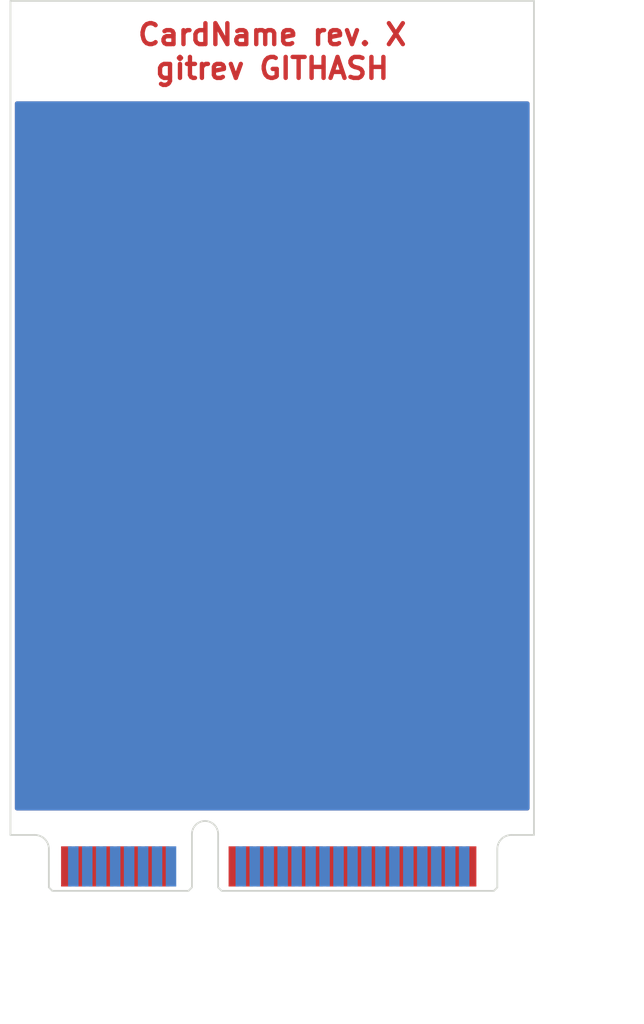
<source format=kicad_pcb>
(kicad_pcb (version 20241229) (generator "pcbnew") (generator_version "9.0")
  (layers (0 "F.Cu" signal) (2 "B.Cu" signal) (13 "F.Paste" user) (15 "B.Paste" user) (5 "F.SilkS" user "F.Silkscreen") (7 "B.SilkS" user "B.Silkscreen") (1 "F.Mask" user) (3 "B.Mask" user) (25 "Edge.Cuts" user))
  (property "GITHASH" "GITHASH")
  (net 0 "")
  (net 1 "+5V")
  (net 2 "MISO")
  (net 3 "RST0")
  (net 4 "NSS0")
  (net 5 "GPIO0")
  (net 6 "+3V3")
  (net 7 "IRQ1")
  (net 8 "GND")
  (net 10 "SCK")
  (net 11 "MOSI")
  (net 13 "RST1")
  (net 14 "IRQ0")
  (net 17 "GPIO1")
  (net 18 "NSS1")
  (footprint "RadioHAT:Mini_PCIe_Full" (layer "F.Cu") (at 137.6 124.2)
    (property "Reference" "J1" (hide yes))
    (property "Value" "~" (hide yes))
    (fp_line (start -2.2 -50.95) (end -2.2 -3.2) (stroke (width 0.1)) (layer "Edge.Cuts"))
    (fp_line (start -2.2 -3.2) (end -0.8 -3.2) (stroke (width 0.1)) (layer "Edge.Cuts"))
    (fp_line (start 0 -2.4) (end 0 -0.2) (stroke (width 0.1)) (layer "Edge.Cuts"))
    (fp_line (start 0 -0.2) (end 0.2 0) (stroke (width 0.1)) (layer "Edge.Cuts"))
    (fp_line (start 0.2 0) (end 8 0) (stroke (width 0.1)) (layer "Edge.Cuts"))
    (fp_line (start 8 0) (end 8.2 -0.2) (stroke (width 0.1)) (layer "Edge.Cuts"))
    (fp_line (start 8.2 -0.2) (end 8.2 -3.25) (stroke (width 0.1)) (layer "Edge.Cuts"))
    (fp_line (start 9.7 -0.2) (end 9.7 -3.25) (stroke (width 0.1)) (layer "Edge.Cuts"))
    (fp_line (start 9.7 -0.2) (end 9.9 0) (stroke (width 0.1)) (layer "Edge.Cuts"))
    (fp_line (start 9.9 0) (end 25.5 0) (stroke (width 0.1)) (layer "Edge.Cuts"))
    (fp_line (start 25.5 0) (end 25.7 -0.2) (stroke (width 0.1)) (layer "Edge.Cuts"))
    (fp_line (start 25.7 -0.2) (end 25.7 -2.4) (stroke (width 0.1)) (layer "Edge.Cuts"))
    (fp_line (start 26.5 -3.2) (end 27.8 -3.2) (stroke (width 0.1)) (layer "Edge.Cuts"))
    (fp_line (start 27.8 -50.95) (end -2.2 -50.95) (stroke (width 0.1)) (layer "Edge.Cuts"))
    (fp_line (start 27.8 -50.95) (end 27.8 -3.2) (stroke (width 0.1)) (layer "Edge.Cuts"))
    (fp_arc (start -0.8 -3.2) (mid -0.234315 -2.965685) (end 0 -2.4) (stroke (width 0.1)) (layer "Edge.Cuts"))
    (fp_arc (start 8.2 -3.25) (mid 8.95 -4) (end 9.7 -3.25) (stroke (width 0.1)) (layer "Edge.Cuts"))
    (fp_arc (start 25.7 -2.4) (mid 25.934315 -2.965685) (end 26.5 -3.2) (stroke (width 0.1)) (layer "Edge.Cuts"))
    (pad "" np_thru_hole circle (at 0.7 -48.05) (size 2.6 2.6) (drill 2.6) (layers "*.Cu" "*.Mask"))
    (pad "" np_thru_hole circle (at 24.9 -48.05) (size 2.6 2.6) (drill 2.6) (layers "*.Cu" "*.Mask"))
    (pad "1" smd rect (at 1 -1.4 90) (size 2.3 0.6) (layers "F.Cu" "F.Mask" "F.Paste") (net 5 "GPIO0"))
    (pad "2" smd rect (at 1.4 -1.4 90) (size 2.3 0.6) (layers "B.Cu" "B.Mask" "B.Paste") (net 6 "+3V3"))
    (pad "3" smd rect (at 1.8 -1.4 90) (size 2.3 0.6) (layers "F.Cu" "F.Mask" "F.Paste") (net 14 "IRQ0"))
    (pad "4" smd rect (at 2.2 -1.4 90) (size 2.3 0.6) (layers "B.Cu" "B.Mask" "B.Paste") (net 8 "GND"))
    (pad "5" smd rect (at 2.6 -1.4 90) (size 2.3 0.6) (layers "F.Cu" "F.Mask" "F.Paste") (net 7 "IRQ1"))
    (pad "6" smd rect (at 3 -1.4 90) (size 2.3 0.6) (layers "B.Cu" "B.Mask" "B.Paste") (net 1 "+5V"))
    (pad "7" smd rect (at 3.4 -1.4 90) (size 2.3 0.6) (layers "F.Cu" "F.Mask" "F.Paste") (net 17 "GPIO1"))
    (pad "8" smd rect (at 3.8 -1.4 90) (size 2.3 0.6) (layers "B.Cu" "B.Mask" "B.Paste"))
    (pad "9" smd rect (at 4.2 -1.4 90) (size 2.3 0.6) (layers "F.Cu" "F.Mask" "F.Paste") (net 8 "GND"))
    (pad "10" smd rect (at 4.6 -1.4 90) (size 2.3 0.6) (layers "B.Cu" "B.Mask" "B.Paste"))
    (pad "11" smd rect (at 5 -1.4 90) (size 2.3 0.6) (layers "F.Cu" "F.Mask" "F.Paste") (net 3 "RST0"))
    (pad "12" smd rect (at 5.4 -1.4 90) (size 2.3 0.6) (layers "B.Cu" "B.Mask" "B.Paste"))
    (pad "13" smd rect (at 5.8 -1.4 90) (size 2.3 0.6) (layers "F.Cu" "F.Mask" "F.Paste") (net 13 "RST1"))
    (pad "14" smd rect (at 6.2 -1.4 90) (size 2.3 0.6) (layers "B.Cu" "B.Mask" "B.Paste"))
    (pad "15" smd rect (at 6.6 -1.4 90) (size 2.3 0.6) (layers "F.Cu" "F.Mask" "F.Paste") (net 8 "GND"))
    (pad "16" smd rect (at 7 -1.4 90) (size 2.3 0.6) (layers "B.Cu" "B.Mask" "B.Paste"))
    (pad "17" smd rect (at 10.6 -1.4 90) (size 2.3 0.6) (layers "F.Cu" "F.Mask" "F.Paste"))
    (pad "18" smd rect (at 11 -1.4 90) (size 2.3 0.6) (layers "B.Cu" "B.Mask" "B.Paste") (net 8 "GND"))
    (pad "19" smd rect (at 11.4 -1.4 90) (size 2.3 0.6) (layers "F.Cu" "F.Mask" "F.Paste"))
    (pad "20" smd rect (at 11.8 -1.4 90) (size 2.3 0.6) (layers "B.Cu" "B.Mask" "B.Paste") (net 18 "NSS1"))
    (pad "21" smd rect (at 12.2 -1.4 90) (size 2.3 0.6) (layers "F.Cu" "F.Mask" "F.Paste") (net 8 "GND"))
    (pad "22" smd rect (at 12.6 -1.4 90) (size 2.3 0.6) (layers "B.Cu" "B.Mask" "B.Paste"))
    (pad "23" smd rect (at 13 -1.4 90) (size 2.3 0.6) (layers "F.Cu" "F.Mask" "F.Paste"))
    (pad "24" smd rect (at 13.4 -1.4 90) (size 2.3 0.6) (layers "B.Cu" "B.Mask" "B.Paste") (net 6 "+3V3"))
    (pad "25" smd rect (at 13.8 -1.4 90) (size 2.3 0.6) (layers "F.Cu" "F.Mask" "F.Paste"))
    (pad "26" smd rect (at 14.2 -1.4 90) (size 2.3 0.6) (layers "B.Cu" "B.Mask" "B.Paste") (net 8 "GND"))
    (pad "27" smd rect (at 14.6 -1.4 90) (size 2.3 0.6) (layers "F.Cu" "F.Mask" "F.Paste") (net 8 "GND"))
    (pad "28" smd rect (at 15 -1.4 90) (size 2.3 0.6) (layers "B.Cu" "B.Mask" "B.Paste") (net 1 "+5V"))
    (pad "29" smd rect (at 15.4 -1.4 90) (size 2.3 0.6) (layers "F.Cu" "F.Mask" "F.Paste") (net 8 "GND"))
    (pad "30" smd rect (at 15.8 -1.4 90) (size 2.3 0.6) (layers "B.Cu" "B.Mask" "B.Paste"))
    (pad "31" smd rect (at 16.2 -1.4 90) (size 2.3 0.6) (layers "F.Cu" "F.Mask" "F.Paste"))
    (pad "32" smd rect (at 16.6 -1.4 90) (size 2.3 0.6) (layers "B.Cu" "B.Mask" "B.Paste"))
    (pad "33" smd rect (at 17 -1.4 90) (size 2.3 0.6) (layers "F.Cu" "F.Mask" "F.Paste"))
    (pad "34" smd rect (at 17.4 -1.4 90) (size 2.3 0.6) (layers "B.Cu" "B.Mask" "B.Paste") (net 8 "GND"))
    (pad "35" smd rect (at 17.8 -1.4 90) (size 2.3 0.6) (layers "F.Cu" "F.Mask" "F.Paste") (net 8 "GND"))
    (pad "36" smd rect (at 18.2 -1.4 90) (size 2.3 0.6) (layers "B.Cu" "B.Mask" "B.Paste"))
    (pad "37" smd rect (at 18.6 -1.4 90) (size 2.3 0.6) (layers "F.Cu" "F.Mask" "F.Paste") (net 8 "GND"))
    (pad "38" smd rect (at 19 -1.4 90) (size 2.3 0.6) (layers "B.Cu" "B.Mask" "B.Paste"))
    (pad "39" smd rect (at 19.4 -1.4 90) (size 2.3 0.6) (layers "F.Cu" "F.Mask" "F.Paste") (net 6 "+3V3"))
    (pad "40" smd rect (at 19.8 -1.4 90) (size 2.3 0.6) (layers "B.Cu" "B.Mask" "B.Paste") (net 8 "GND"))
    (pad "41" smd rect (at 20.2 -1.4 90) (size 2.3 0.6) (layers "F.Cu" "F.Mask" "F.Paste") (net 6 "+3V3"))
    (pad "42" smd rect (at 20.6 -1.4 90) (size 2.3 0.6) (layers "B.Cu" "B.Mask" "B.Paste"))
    (pad "43" smd rect (at 21 -1.4 90) (size 2.3 0.6) (layers "F.Cu" "F.Mask" "F.Paste") (net 8 "GND"))
    (pad "44" smd rect (at 21.4 -1.4 90) (size 2.3 0.6) (layers "B.Cu" "B.Mask" "B.Paste"))
    (pad "45" smd rect (at 21.8 -1.4 90) (size 2.3 0.6) (layers "F.Cu" "F.Mask" "F.Paste") (net 10 "SCK"))
    (pad "46" smd rect (at 22.2 -1.4 90) (size 2.3 0.6) (layers "B.Cu" "B.Mask" "B.Paste"))
    (pad "47" smd rect (at 22.6 -1.4 90) (size 2.3 0.6) (layers "F.Cu" "F.Mask" "F.Paste") (net 2 "MISO"))
    (pad "48" smd rect (at 23 -1.4 90) (size 2.3 0.6) (layers "B.Cu" "B.Mask" "B.Paste") (net 1 "+5V"))
    (pad "49" smd rect (at 23.4 -1.4 90) (size 2.3 0.6) (layers "F.Cu" "F.Mask" "F.Paste") (net 11 "MOSI"))
    (pad "50" smd rect (at 23.8 -1.4 90) (size 2.3 0.6) (layers "B.Cu" "B.Mask" "B.Paste") (net 8 "GND"))
    (pad "51" smd rect (at 24.2 -1.4 90) (size 2.3 0.6) (layers "F.Cu" "F.Mask" "F.Paste") (net 4 "NSS0"))
  )
  (gr_text "CardName rev. X\ngitrev ${GITHASH}" (at 150.4 76.15 0) (layer "F.Cu") (effects (font (size 1.2 1.2) (thickness 0.25) (bold yes))))
  (zone (net 8) (net_name "GND") (layers "F.Cu" "B.Cu") (connect_pads (clearance 0.5)) (min_thickness 0.25) (fill yes (thermal_gap 0.5) (thermal_bridge_width 0.5))
    (polygon (pts (xy 134.8 79) (xy 166 79) (xy 166.2 119.6) (xy 134.8 119.6)))
  )
)
</source>
